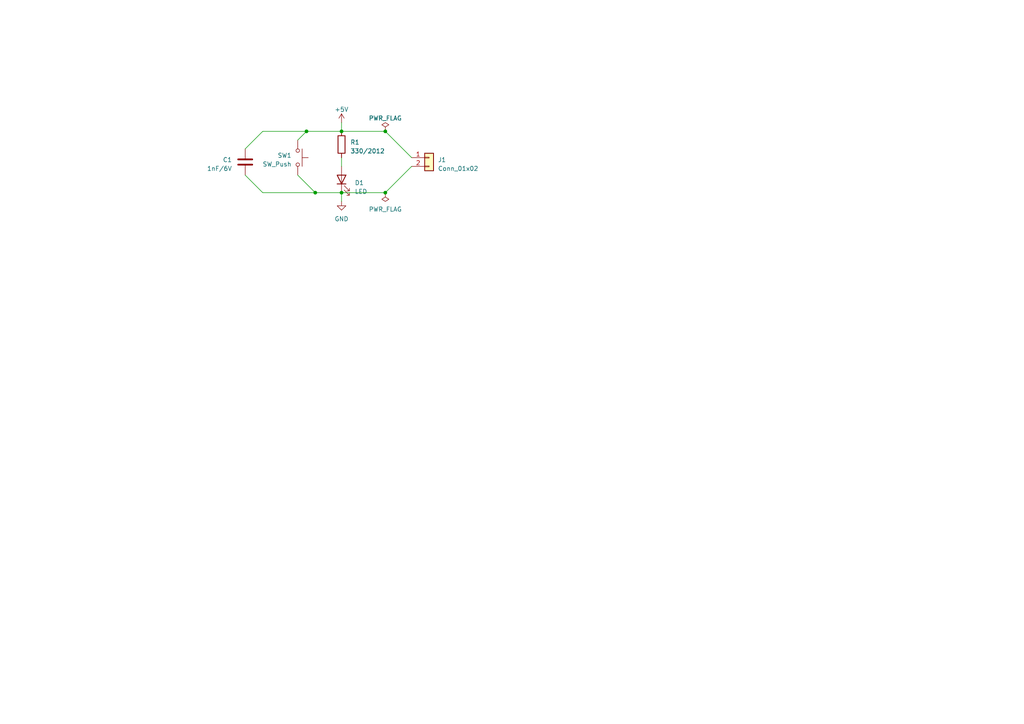
<source format=kicad_sch>
(kicad_sch (version 20230121) (generator eeschema)
  (paper "A4")
  (lib_symbols
    (symbol "Connector_Generic:Conn_01x02" (pin_names (offset 1.016) hide)
      (property "Reference" "J" (at 0 2.54 0))
      (property "Value" "Conn_01x02" (at 0 -5.08 0))
      (symbol "Conn_01x02_1_1"
        (rectangle (start -1.27 -2.413) (end 0 -2.667) (stroke (width 0.1524)))
        (rectangle (start -1.27 0.127) (end 0 -0.127) (stroke (width 0.1524)))
        (rectangle (start -1.27 1.27) (end 1.27 -3.81) (stroke (width 0.254)) (fill (type background)))
        (pin passive line (at -5.08 0 0) (length 3.81) (name "Pin_1") (number "1"))
        (pin passive line (at -5.08 -2.54 0) (length 3.81) (name "Pin_2") (number "2"))
      )
    )
    (symbol "Device:C" (pin_numbers hide) (pin_names (offset 0.254))
      (property "Reference" "C" (at 0.635 2.54 0))
      (property "Value" "C" (at 0.635 -2.54 0))
      (symbol "C_0_1"
        (polyline (pts (xy -2.032 -0.762) (xy 2.032 -0.762)) (stroke (width 0.508)))
        (polyline (pts (xy -2.032 0.762) (xy 2.032 0.762)) (stroke (width 0.508)))
      )
      (symbol "C_1_1"
        (pin passive line (at 0 3.81 270) (length 2.794) (name "~") (number "1"))
        (pin passive line (at 0 -3.81 90) (length 2.794) (name "~") (number "2"))
      )
    )
    (symbol "Device:LED" (pin_numbers hide) (pin_names (offset 1.016) hide)
      (property "Reference" "D" (at 0 2.54 0))
      (property "Value" "LED" (at 0 -2.54 0))
      (symbol "LED_0_1"
        (polyline (pts (xy -1.27 -1.27) (xy -1.27 1.27)) (stroke (width 0.254)))
        (polyline (pts (xy -1.27 0) (xy 1.27 0)))
        (polyline (pts (xy 1.27 -1.27) (xy 1.27 1.27) (xy -1.27 0) (xy 1.27 -1.27)) (stroke (width 0.254)))
        (polyline (pts (xy -3.048 -0.762) (xy -4.572 -2.286) (xy -3.81 -2.286) (xy -4.572 -2.286) (xy -4.572 -1.524)))
        (polyline (pts (xy -1.778 -0.762) (xy -3.302 -2.286) (xy -2.54 -2.286) (xy -3.302 -2.286) (xy -3.302 -1.524)))
      )
      (symbol "LED_1_1"
        (pin passive line (at -3.81 0 0) (length 2.54) (name "K") (number "1"))
        (pin passive line (at 3.81 0 180) (length 2.54) (name "A") (number "2"))
      )
    )
    (symbol "Device:R" (pin_numbers hide) (pin_names (offset 0))
      (property "Reference" "R" (at 2.032 0 90))
      (property "Value" "R" (at 0 0 90))
      (symbol "R_0_1"
        (rectangle (start -1.016 -2.54) (end 1.016 2.54) (stroke (width 0.254)))
      )
      (symbol "R_1_1"
        (pin passive line (at 0 3.81 270) (length 1.27) (name "~") (number "1"))
        (pin passive line (at 0 -3.81 90) (length 1.27) (name "~") (number "2"))
      )
    )
    (symbol "Switch:SW_Push" (pin_numbers hide) (pin_names (offset 1.016) hide)
      (property "Reference" "SW" (at 1.27 2.54 0))
      (property "Value" "SW_Push" (at 0 -1.524 0))
      (symbol "SW_Push_0_1"
        (circle (center -2.032 0) (radius 0.508))
        (polyline (pts (xy 0 1.27) (xy 0 3.048)))
        (polyline (pts (xy 2.54 1.27) (xy -2.54 1.27)))
        (circle (center 2.032 0) (radius 0.508))
        (pin passive line (at -5.08 0 0) (length 2.54) (name "1") (number "1"))
        (pin passive line (at 5.08 0 180) (length 2.54) (name "2") (number "2"))
      )
    )
    (symbol "power:+5V" (power) (pin_names (offset 0))
      (property "Value" "+5V" (at 0 3.556 0))
      (symbol "+5V_0_1"
        (polyline (pts (xy -0.762 1.27) (xy 0 2.54)))
        (polyline (pts (xy 0 0) (xy 0 2.54)))
        (polyline (pts (xy 0 2.54) (xy 0.762 1.27)))
      )
      (symbol "+5V_1_1"
        (pin power_in line (at 0 0 90) (length 0) hide (name "+5V") (number "1"))
      )
    )
    (symbol "power:GND" (power) (pin_names (offset 0))
      (property "Value" "GND" (at 0 -3.81 0))
      (symbol "GND_0_1"
        (polyline (pts (xy 0 0) (xy 0 -1.27) (xy 1.27 -1.27) (xy 0 -2.54) (xy -1.27 -1.27) (xy 0 -1.27)))
      )
      (symbol "GND_1_1"
        (pin power_in line (at 0 0 270) (length 0) hide (name "GND") (number "1"))
      )
    )
    (symbol "power:PWR_FLAG" (power) (pin_numbers hide) (pin_names (offset 0) hide)
      (property "Value" "PWR_FLAG" (at 0 3.81 0))
      (symbol "PWR_FLAG_0_0"
        (pin power_out line (at 0 0 90) (length 0) (name "pwr") (number "1"))
      )
      (symbol "PWR_FLAG_0_1"
        (polyline (pts (xy 0 0) (xy 0 1.27) (xy -1.016 1.905) (xy 0 2.54) (xy 1.016 1.905) (xy 0 1.27)))
      )
    )
  )
  (junction (at 111.76 38.1))
  (junction (at 88.9 38.1))
  (junction (at 99.06 55.88))
  (junction (at 99.06 38.1))
  (junction (at 91.44 55.88))
  (junction (at 111.76 55.88))
  (wire (pts (xy 86.36 40.64) (xy 88.9 38.1)))
  (wire (pts (xy 99.06 55.88) (xy 99.06 58.42)))
  (wire (pts (xy 119.38 48.26) (xy 111.76 55.88)))
  (wire (pts (xy 76.2 55.88) (xy 91.44 55.88)))
  (wire (pts (xy 99.06 45.72) (xy 99.06 48.26)))
  (wire (pts (xy 76.2 38.1) (xy 88.9 38.1)))
  (wire (pts (xy 71.12 43.18) (xy 76.2 38.1)))
  (wire (pts (xy 71.12 50.8) (xy 76.2 55.88)))
  (wire (pts (xy 119.38 45.72) (xy 111.76 38.1)))
  (wire (pts (xy 99.06 55.88) (xy 111.76 55.88)))
  (wire (pts (xy 99.06 38.1) (xy 111.76 38.1)))
  (wire (pts (xy 86.36 50.8) (xy 91.44 55.88)))
  (wire (pts (xy 91.44 55.88) (xy 99.06 55.88)))
  (wire (pts (xy 99.06 35.56) (xy 99.06 38.1)))
  (wire (pts (xy 88.9 38.1) (xy 99.06 38.1)))
  (symbol (lib_id "Device:LED") (at 99.06 52.07 90) (unit 1)
    (property "Reference" "D1" (at 102.87 53.0225 90) (effects (justify right)))
    (property "Value" "LED" (at 102.87 55.5625 90) (effects (justify right)))
    (property "Footprint" "LED_SMD:LED_0805_2012Metric_Pad1.15x1.40mm_HandSolder" (effects hide))
  )
  (symbol (lib_id "power:PWR_FLAG") (at 111.76 55.88 180) (unit 1)
    (property "Reference" "#FLG02" (effects hide))
    (property "Value" "PWR_FLAG" (at 111.76 60.706 0))
  )
  (symbol (lib_id "power:PWR_FLAG") (at 111.76 38.1 0) (unit 1)
    (property "Reference" "#FLG01" (effects hide))
    (property "Value" "PWR_FLAG" (at 111.76 34.29 0))
  )
  (symbol (lib_id "Switch:SW_Push") (at 86.36 45.72 270) (mirror x) (unit 1)
    (property "Reference" "SW1" (at 84.582 45.085 90) (effects (justify right)))
    (property "Value" "SW_Push" (at 84.582 47.625 90) (effects (justify right)))
    (property "Footprint" "Button_Switch_SMD:SW_Push_1P1T_NO_CK_KSC6xxJ" (effects hide))
  )
  (symbol (lib_id "power:GND") (at 99.06 58.42 0) (unit 1)
    (property "Reference" "#PWR02" (effects hide))
    (property "Value" "GND" (at 99.06 63.5 0))
  )
  (symbol (lib_id "Device:C") (at 71.12 46.99 0) (mirror y) (unit 1)
    (property "Reference" "C1" (at 67.31 46.355 0) (effects (justify left)))
    (property "Value" "1nF/6V" (at 67.31 48.895 0) (effects (justify left)))
    (property "Footprint" "Capacitor_SMD:C_0805_2012Metric_Pad1.18x1.45mm_HandSolder" (effects hide))
  )
  (symbol (lib_id "Device:R") (at 99.06 41.91 0) (unit 1)
    (property "Reference" "R1" (at 101.6 41.275 0) (effects (justify left)))
    (property "Value" "330/2012" (at 101.6 43.815 0) (effects (justify left)))
    (property "Footprint" "Resistor_SMD:R_0805_2012Metric_Pad1.20x1.40mm_HandSolder" (effects hide))
  )
  (symbol (lib_id "power:+5V") (at 99.06 35.56 0) (unit 1)
    (property "Reference" "#PWR01" (effects hide))
    (property "Value" "+5V" (at 99.06 31.75 0))
  )
  (symbol (lib_id "Connector_Generic:Conn_01x02") (at 124.46 45.72 0) (unit 1)
    (property "Reference" "J1" (at 127 46.355 0) (effects (justify left)))
    (property "Value" "Conn_01x02" (at 127 48.895 0) (effects (justify left)))
    (property "Footprint" "Connector_PinHeader_2.54mm:PinHeader_1x02_P2.54mm_Vertical" (effects hide))
  )
)
</source>
